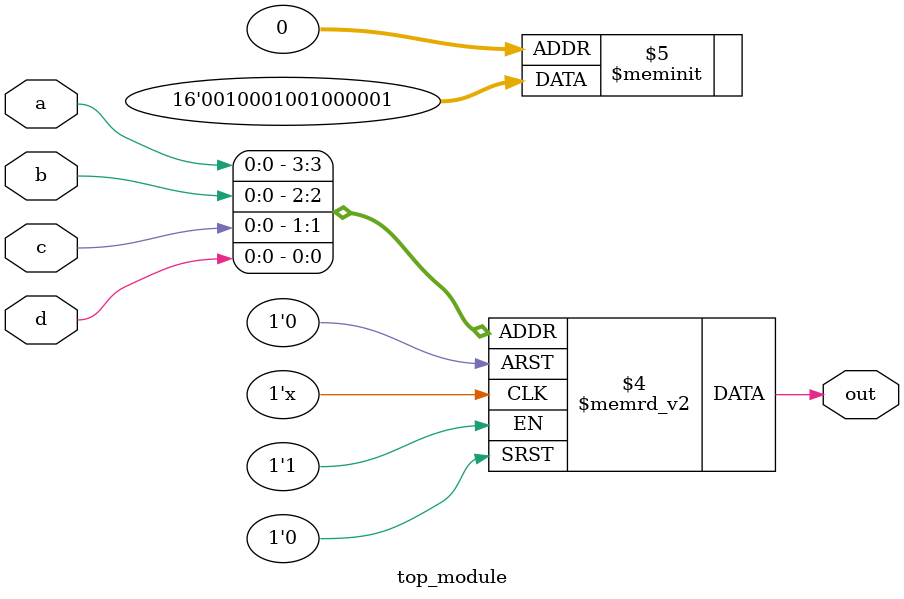
<source format=sv>
module top_module (
    input a,
    input b,
    input c,
    input d,
    output reg out
);

always @(*) begin
    case ({a, b, c, d})
        4'b0000, 4'b0110, 4'b1001, 4'b1101: out = 1'b1;
        4'b0001, 4'b0011, 4'b0101, 4'b1011, 4'b1100, 4'b1110, 4'b1111: out = 1'b0;
        default: out = 1'b0;
    endcase
end

endmodule

</source>
